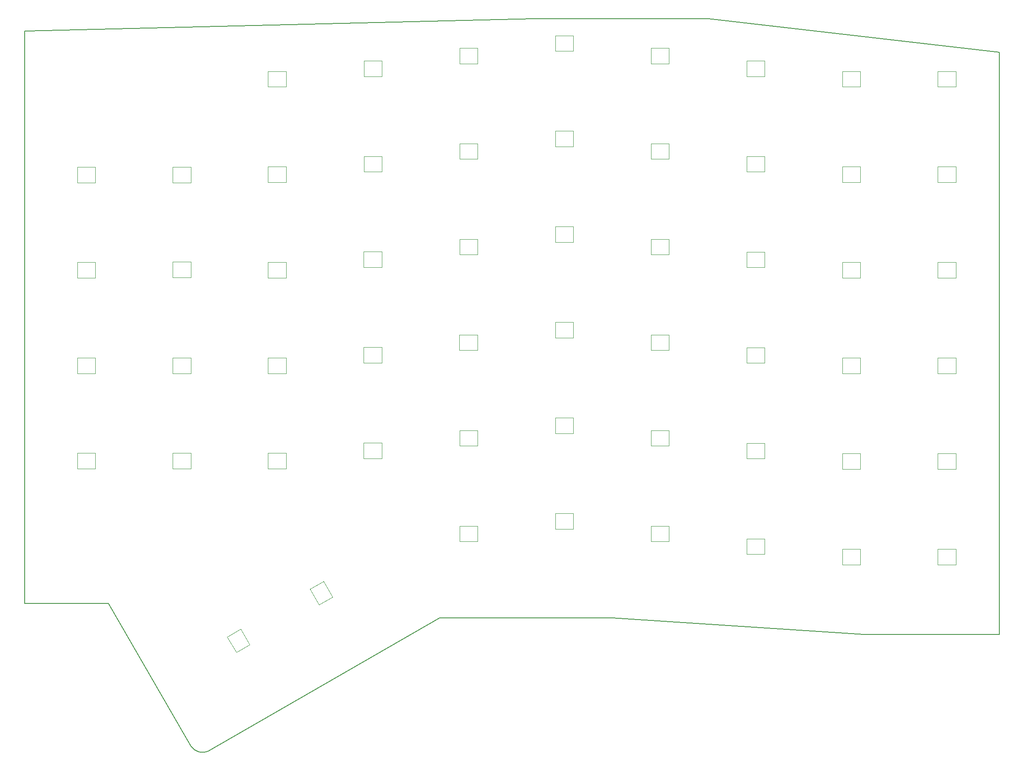
<source format=gm1>
G04 #@! TF.GenerationSoftware,KiCad,Pcbnew,8.0.6*
G04 #@! TF.CreationDate,2025-03-07T23:33:48+01:00*
G04 #@! TF.ProjectId,NomadKeyboard,4e6f6d61-644b-4657-9962-6f6172642e6b,rev?*
G04 #@! TF.SameCoordinates,Original*
G04 #@! TF.FileFunction,Profile,NP*
%FSLAX46Y46*%
G04 Gerber Fmt 4.6, Leading zero omitted, Abs format (unit mm)*
G04 Created by KiCad (PCBNEW 8.0.6) date 2025-03-07 23:33:48*
%MOMM*%
%LPD*%
G01*
G04 APERTURE LIST*
G04 #@! TA.AperFunction,Profile*
%ADD10C,0.150000*%
G04 #@! TD*
G04 #@! TA.AperFunction,Profile*
%ADD11C,0.120000*%
G04 #@! TD*
G04 APERTURE END LIST*
D10*
X84323143Y-161339883D02*
X67894832Y-132885213D01*
X168179120Y-135732640D02*
X133849120Y-135732640D01*
X245239120Y-139102640D02*
X245239120Y-23102640D01*
X67894832Y-132885213D02*
X54269120Y-132902639D01*
X51439120Y-18802640D02*
X51239120Y-18802640D01*
X87744275Y-162350785D02*
G75*
G02*
X84323112Y-161339904I-1095175J2588185D01*
G01*
X187339120Y-16402640D02*
X152639120Y-16402640D01*
X168179120Y-135732640D02*
X218339120Y-139102640D01*
X54269120Y-132902639D02*
X52739120Y-132902639D01*
X51439120Y-132902639D02*
X51239120Y-132902640D01*
X218339120Y-139102640D02*
X245239120Y-139102640D01*
X152639120Y-16402640D02*
X51439120Y-18802640D01*
X87744275Y-162350785D02*
X133849120Y-135732640D01*
X245239120Y-23102640D02*
X187339120Y-16402640D01*
X52739120Y-132902639D02*
X51439120Y-132902639D01*
X51239120Y-18802640D02*
X51239120Y-132902640D01*
D11*
X99689100Y-45853600D02*
X99689100Y-48953600D01*
X99689100Y-48953600D02*
X103289100Y-48953600D01*
X103289100Y-45853600D02*
X99689100Y-45853600D01*
X103289100Y-48953600D02*
X103289100Y-45853600D01*
X156850000Y-38751000D02*
X156850000Y-41851000D01*
X156850000Y-41851000D02*
X160450000Y-41851000D01*
X160450000Y-38751000D02*
X156850000Y-38751000D01*
X160450000Y-41851000D02*
X160450000Y-38751000D01*
X99689100Y-83953600D02*
X99689100Y-87053600D01*
X99689100Y-87053600D02*
X103289100Y-87053600D01*
X103289100Y-83953600D02*
X99689100Y-83953600D01*
X103289100Y-87053600D02*
X103289100Y-83953600D01*
X118739100Y-62803600D02*
X118739100Y-65903600D01*
X118739100Y-65903600D02*
X122339100Y-65903600D01*
X122339100Y-62803600D02*
X118739100Y-62803600D01*
X122339100Y-65903600D02*
X122339100Y-62803600D01*
X108050814Y-130014254D02*
X109850814Y-133131946D01*
X109850814Y-133131946D02*
X112535493Y-131581946D01*
X110735493Y-128464254D02*
X108050814Y-130014254D01*
X112535493Y-131581946D02*
X110735493Y-128464254D01*
X156850000Y-95901000D02*
X156850000Y-99001000D01*
X156850000Y-99001000D02*
X160450000Y-99001000D01*
X160450000Y-95901000D02*
X156850000Y-95901000D01*
X160450000Y-99001000D02*
X160450000Y-95901000D01*
X194950000Y-100953600D02*
X194950000Y-104053600D01*
X194950000Y-104053600D02*
X198550000Y-104053600D01*
X198550000Y-100953600D02*
X194950000Y-100953600D01*
X198550000Y-104053600D02*
X198550000Y-100953600D01*
X156849100Y-114953600D02*
X156849100Y-118053600D01*
X156849100Y-118053600D02*
X160449100Y-118053600D01*
X160449100Y-114953600D02*
X156849100Y-114953600D01*
X160449100Y-118053600D02*
X160449100Y-114953600D01*
X194949100Y-62853600D02*
X194949100Y-65953600D01*
X194949100Y-65953600D02*
X198549100Y-65953600D01*
X198549100Y-62853600D02*
X194949100Y-62853600D01*
X198549100Y-65953600D02*
X198549100Y-62853600D01*
X213999100Y-83953600D02*
X213999100Y-87053600D01*
X213999100Y-87053600D02*
X217599100Y-87053600D01*
X217599100Y-83953600D02*
X213999100Y-83953600D01*
X217599100Y-87053600D02*
X217599100Y-83953600D01*
X213999100Y-103003600D02*
X213999100Y-106103600D01*
X213999100Y-106103600D02*
X217599100Y-106103600D01*
X217599100Y-103003600D02*
X213999100Y-103003600D01*
X217599100Y-106103600D02*
X217599100Y-103003600D01*
X175899100Y-41253600D02*
X175899100Y-44353600D01*
X175899100Y-44353600D02*
X179499100Y-44353600D01*
X179499100Y-41253600D02*
X175899100Y-41253600D01*
X179499100Y-44353600D02*
X179499100Y-41253600D01*
X156849100Y-57803600D02*
X156849100Y-60903600D01*
X156849100Y-60903600D02*
X160449100Y-60903600D01*
X160449100Y-57803600D02*
X156849100Y-57803600D01*
X160449100Y-60903600D02*
X160449100Y-57803600D01*
X137799100Y-60303600D02*
X137799100Y-63403600D01*
X137799100Y-63403600D02*
X141399100Y-63403600D01*
X141399100Y-60303600D02*
X137799100Y-60303600D01*
X141399100Y-63403600D02*
X141399100Y-60303600D01*
X175899100Y-79352600D02*
X175899100Y-82452600D01*
X175899100Y-82452600D02*
X179499100Y-82452600D01*
X179499100Y-79352600D02*
X175899100Y-79352600D01*
X179499100Y-82452600D02*
X179499100Y-79352600D01*
X194949100Y-43802600D02*
X194949100Y-46902600D01*
X194949100Y-46902600D02*
X198549100Y-46902600D01*
X198549100Y-43802600D02*
X194949100Y-43802600D01*
X198549100Y-46902600D02*
X198549100Y-43802600D01*
X99689100Y-64899400D02*
X99689100Y-67999400D01*
X99689100Y-67999400D02*
X103289100Y-67999400D01*
X103289100Y-64899400D02*
X99689100Y-64899400D01*
X103289100Y-67999400D02*
X103289100Y-64899400D01*
X213999100Y-122052600D02*
X213999100Y-125152600D01*
X213999100Y-125152600D02*
X217599100Y-125152600D01*
X217599100Y-122052600D02*
X213999100Y-122052600D01*
X217599100Y-125152600D02*
X217599100Y-122052600D01*
X175899100Y-60302600D02*
X175899100Y-63402600D01*
X175899100Y-63402600D02*
X179499100Y-63402600D01*
X179499100Y-60302600D02*
X175899100Y-60302600D01*
X179499100Y-63402600D02*
X179499100Y-60302600D01*
X175900000Y-98401000D02*
X175900000Y-101501000D01*
X175900000Y-101501000D02*
X179500000Y-101501000D01*
X179500000Y-98401000D02*
X175900000Y-98401000D01*
X179500000Y-101501000D02*
X179500000Y-98401000D01*
X194949100Y-120003600D02*
X194949100Y-123103600D01*
X194949100Y-123103600D02*
X198549100Y-123103600D01*
X198549100Y-120003600D02*
X194949100Y-120003600D01*
X198549100Y-123103600D02*
X198549100Y-120003600D01*
X156849100Y-76853600D02*
X156849100Y-79953600D01*
X156849100Y-79953600D02*
X160449100Y-79953600D01*
X160449100Y-76853600D02*
X156849100Y-76853600D01*
X160449100Y-79953600D02*
X160449100Y-76853600D01*
X137800000Y-41251000D02*
X137800000Y-44351000D01*
X137800000Y-44351000D02*
X141400000Y-44351000D01*
X141400000Y-41251000D02*
X137800000Y-41251000D01*
X141400000Y-44351000D02*
X141400000Y-41251000D01*
X118739100Y-81853600D02*
X118739100Y-84953600D01*
X118739100Y-84953600D02*
X122339100Y-84953600D01*
X122339100Y-81853600D02*
X118739100Y-81853600D01*
X122339100Y-84953600D02*
X122339100Y-81853600D01*
X118739100Y-100902600D02*
X118739100Y-104002600D01*
X118739100Y-104002600D02*
X122339100Y-104002600D01*
X122339100Y-100902600D02*
X118739100Y-100902600D01*
X122339100Y-104002600D02*
X122339100Y-100902600D01*
X232999100Y-122052600D02*
X232999100Y-125152600D01*
X232999100Y-125152600D02*
X236599100Y-125152600D01*
X236599100Y-122052600D02*
X232999100Y-122052600D01*
X236599100Y-125152600D02*
X236599100Y-122052600D01*
X80689120Y-83953640D02*
X80689120Y-87053640D01*
X80689120Y-87053640D02*
X84289120Y-87053640D01*
X84289120Y-83953640D02*
X80689120Y-83953640D01*
X84289120Y-87053640D02*
X84289120Y-83953640D01*
X213999100Y-64902600D02*
X213999100Y-68002600D01*
X213999100Y-68002600D02*
X217599100Y-68002600D01*
X217599100Y-64902600D02*
X213999100Y-64902600D01*
X217599100Y-68002600D02*
X217599100Y-64902600D01*
X80689120Y-64853640D02*
X80689120Y-67953640D01*
X80689120Y-67953640D02*
X84289120Y-67953640D01*
X84289120Y-64853640D02*
X80689120Y-64853640D01*
X84289120Y-67953640D02*
X84289120Y-64853640D01*
X99689100Y-102953600D02*
X99689100Y-106053600D01*
X99689100Y-106053600D02*
X103289100Y-106053600D01*
X103289100Y-102953600D02*
X99689100Y-102953600D01*
X103289100Y-106053600D02*
X103289100Y-102953600D01*
X156850000Y-19751000D02*
X156850000Y-22851000D01*
X156850000Y-22851000D02*
X160450000Y-22851000D01*
X160450000Y-19751000D02*
X156850000Y-19751000D01*
X160450000Y-22851000D02*
X160450000Y-19751000D01*
X232999100Y-64902600D02*
X232999100Y-68002600D01*
X232999100Y-68002600D02*
X236599100Y-68002600D01*
X236599100Y-64902600D02*
X232999100Y-64902600D01*
X236599100Y-68002600D02*
X236599100Y-64902600D01*
X194949100Y-81903600D02*
X194949100Y-85003600D01*
X194949100Y-85003600D02*
X198549100Y-85003600D01*
X198549100Y-81903600D02*
X194949100Y-81903600D01*
X198549100Y-85003600D02*
X198549100Y-81903600D01*
X61699120Y-102953640D02*
X61699120Y-106053640D01*
X61699120Y-106053640D02*
X65299120Y-106053640D01*
X65299120Y-102953640D02*
X61699120Y-102953640D01*
X65299120Y-106053640D02*
X65299120Y-102953640D01*
X232999100Y-103003600D02*
X232999100Y-106103600D01*
X232999100Y-106103600D02*
X236599100Y-106103600D01*
X236599100Y-103003600D02*
X232999100Y-103003600D01*
X236599100Y-106103600D02*
X236599100Y-103003600D01*
X137800000Y-22251000D02*
X137800000Y-25351000D01*
X137800000Y-25351000D02*
X141400000Y-25351000D01*
X141400000Y-22251000D02*
X137800000Y-22251000D01*
X141400000Y-25351000D02*
X141400000Y-22251000D01*
X118749100Y-24803600D02*
X118749100Y-27903600D01*
X118749100Y-27903600D02*
X122349100Y-27903600D01*
X122349100Y-24803600D02*
X118749100Y-24803600D01*
X122349100Y-27903600D02*
X122349100Y-24803600D01*
X137789100Y-79353600D02*
X137789100Y-82453600D01*
X137789100Y-82453600D02*
X141389100Y-82453600D01*
X141389100Y-79353600D02*
X137789100Y-79353600D01*
X141389100Y-82453600D02*
X141389100Y-79353600D01*
X175899100Y-22253600D02*
X175899100Y-25353600D01*
X175899100Y-25353600D02*
X179499100Y-25353600D01*
X179499100Y-22253600D02*
X175899100Y-22253600D01*
X179499100Y-25353600D02*
X179499100Y-22253600D01*
X61689120Y-45942100D02*
X61689120Y-49042100D01*
X61689120Y-49042100D02*
X65289120Y-49042100D01*
X65289120Y-45942100D02*
X61689120Y-45942100D01*
X65289120Y-49042100D02*
X65289120Y-45942100D01*
X213999100Y-45853600D02*
X213999100Y-48953600D01*
X213999100Y-48953600D02*
X217599100Y-48953600D01*
X217599100Y-45853600D02*
X213999100Y-45853600D01*
X217599100Y-48953600D02*
X217599100Y-45853600D01*
X232999100Y-45853600D02*
X232999100Y-48953600D01*
X232999100Y-48953600D02*
X236599100Y-48953600D01*
X236599100Y-45853600D02*
X232999100Y-45853600D01*
X236599100Y-48953600D02*
X236599100Y-45853600D01*
X80689120Y-102953640D02*
X80689120Y-106053640D01*
X80689120Y-106053640D02*
X84289120Y-106053640D01*
X84289120Y-102953640D02*
X80689120Y-102953640D01*
X84289120Y-106053640D02*
X84289120Y-102953640D01*
X137799100Y-98403600D02*
X137799100Y-101503600D01*
X137799100Y-101503600D02*
X141399100Y-101503600D01*
X141399100Y-98403600D02*
X137799100Y-98403600D01*
X141399100Y-101503600D02*
X141399100Y-98403600D01*
X61699120Y-83953640D02*
X61699120Y-87053640D01*
X61699120Y-87053640D02*
X65299120Y-87053640D01*
X65299120Y-83953640D02*
X61699120Y-83953640D01*
X65299120Y-87053640D02*
X65299120Y-83953640D01*
X213999100Y-26853600D02*
X213999100Y-29953600D01*
X213999100Y-29953600D02*
X217599100Y-29953600D01*
X217599100Y-26853600D02*
X213999100Y-26853600D01*
X217599100Y-29953600D02*
X217599100Y-26853600D01*
X194949100Y-24802600D02*
X194949100Y-27902600D01*
X194949100Y-27902600D02*
X198549100Y-27902600D01*
X198549100Y-24802600D02*
X194949100Y-24802600D01*
X198549100Y-27902600D02*
X198549100Y-24802600D01*
X61699120Y-64899440D02*
X61699120Y-67999440D01*
X61699120Y-67999440D02*
X65299120Y-67999440D01*
X65299120Y-64899440D02*
X61699120Y-64899440D01*
X65299120Y-67999440D02*
X65299120Y-64899440D01*
X80689120Y-45953640D02*
X80689120Y-49053640D01*
X80689120Y-49053640D02*
X84289120Y-49053640D01*
X84289120Y-45953640D02*
X80689120Y-45953640D01*
X84289120Y-49053640D02*
X84289120Y-45953640D01*
X99689100Y-26853600D02*
X99689100Y-29953600D01*
X99689100Y-29953600D02*
X103289100Y-29953600D01*
X103289100Y-26853600D02*
X99689100Y-26853600D01*
X103289100Y-29953600D02*
X103289100Y-26853600D01*
X232999100Y-26853600D02*
X232999100Y-29953600D01*
X232999100Y-29953600D02*
X236599100Y-29953600D01*
X236599100Y-26853600D02*
X232999100Y-26853600D01*
X236599100Y-29953600D02*
X236599100Y-26853600D01*
X232999100Y-83953600D02*
X232999100Y-87053600D01*
X232999100Y-87053600D02*
X236599100Y-87053600D01*
X236599100Y-83953600D02*
X232999100Y-83953600D01*
X236599100Y-87053600D02*
X236599100Y-83953600D01*
X91550814Y-139541154D02*
X93350814Y-142658846D01*
X93350814Y-142658846D02*
X96035493Y-141108846D01*
X94235493Y-137991154D02*
X91550814Y-139541154D01*
X96035493Y-141108846D02*
X94235493Y-137991154D01*
X137799100Y-117452600D02*
X137799100Y-120552600D01*
X137799100Y-120552600D02*
X141399100Y-120552600D01*
X141399100Y-117452600D02*
X137799100Y-117452600D01*
X141399100Y-120552600D02*
X141399100Y-117452600D01*
X175899100Y-117453600D02*
X175899100Y-120553600D01*
X175899100Y-120553600D02*
X179499100Y-120553600D01*
X179499100Y-117453600D02*
X175899100Y-117453600D01*
X179499100Y-120553600D02*
X179499100Y-117453600D01*
X118749100Y-43803600D02*
X118749100Y-46903600D01*
X118749100Y-46903600D02*
X122349100Y-46903600D01*
X122349100Y-43803600D02*
X118749100Y-43803600D01*
X122349100Y-46903600D02*
X122349100Y-43803600D01*
M02*

</source>
